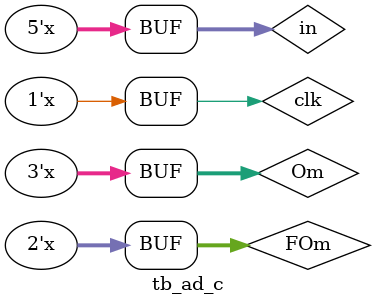
<source format=v>


`timescale 1ns/10ps
module tb_ad_c;

	reg clk, reset;
    reg [4:0] in;
    wire [1:0] FO, FOm;
    wire [2:0] O, Om;

    FA FA0(in[2], in[1], in[0], FO[0], FO[1]);
    C53 C530(in[4], in[3], in[2], in[1], in[0], O[0], O[1], O[2]);
	
    assign FOm = in[2] + in[1] + in[0];
    assign Om = in[4] + in[3] + in[2] + in[1] + in[0];

	initial
	begin
		clk = 1;
        in = 5'b00000;
	end
	
	always #5 clk = ~clk;
    always #10 in = in + 1'b1;






endmodule

</source>
